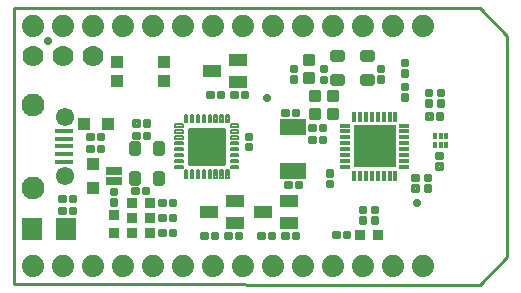
<source format=gts>
G75*
%MOIN*%
%OFA0B0*%
%FSLAX24Y24*%
%IPPOS*%
%LPD*%
%AMOC8*
5,1,8,0,0,1.08239X$1,22.5*
%
%ADD10C,0.0100*%
%ADD11C,0.0145*%
%ADD12R,0.0434X0.0434*%
%ADD13R,0.0355X0.0152*%
%ADD14R,0.0152X0.0355*%
%ADD15R,0.1418X0.1418*%
%ADD16C,0.0097*%
%ADD17R,0.0906X0.0552*%
%ADD18R,0.0670X0.0750*%
%ADD19C,0.0079*%
%ADD20C,0.0160*%
%ADD21R,0.0591X0.0434*%
%ADD22R,0.0355X0.0355*%
%ADD23R,0.0540X0.0290*%
%ADD24C,0.0740*%
%ADD25C,0.0700*%
%ADD26R,0.0138X0.0237*%
%ADD27R,0.0591X0.0178*%
%ADD28C,0.0290*%
%ADD29C,0.0195*%
%ADD30C,0.0610*%
%ADD31C,0.0760*%
D10*
X001820Y001850D02*
X017340Y001840D01*
X018270Y002770D01*
X018270Y010130D01*
X017350Y011050D01*
X001820Y011050D01*
X001820Y001850D01*
D11*
X003362Y004227D02*
X003508Y004227D01*
X003362Y004227D02*
X003362Y004373D01*
X003508Y004373D01*
X003508Y004227D01*
X003508Y004371D02*
X003362Y004371D01*
X003712Y004227D02*
X003858Y004227D01*
X003712Y004227D02*
X003712Y004373D01*
X003858Y004373D01*
X003858Y004227D01*
X003858Y004371D02*
X003712Y004371D01*
X003712Y004773D02*
X003858Y004773D01*
X003858Y004627D01*
X003712Y004627D01*
X003712Y004773D01*
X003712Y004771D02*
X003858Y004771D01*
X003508Y004773D02*
X003362Y004773D01*
X003508Y004773D02*
X003508Y004627D01*
X003362Y004627D01*
X003362Y004773D01*
X003362Y004771D02*
X003508Y004771D01*
X005077Y004852D02*
X005077Y004998D01*
X005223Y004998D01*
X005223Y004852D01*
X005077Y004852D01*
X005077Y004996D02*
X005223Y004996D01*
X005077Y004648D02*
X005077Y004502D01*
X005077Y004648D02*
X005223Y004648D01*
X005223Y004502D01*
X005077Y004502D01*
X005077Y004646D02*
X005223Y004646D01*
X005802Y005023D02*
X005948Y005023D01*
X005948Y004877D01*
X005802Y004877D01*
X005802Y005023D01*
X005802Y005021D02*
X005948Y005021D01*
X006152Y005023D02*
X006298Y005023D01*
X006298Y004877D01*
X006152Y004877D01*
X006152Y005023D01*
X006152Y005021D02*
X006298Y005021D01*
X006702Y004623D02*
X006848Y004623D01*
X006848Y004477D01*
X006702Y004477D01*
X006702Y004623D01*
X006702Y004621D02*
X006848Y004621D01*
X007052Y004623D02*
X007198Y004623D01*
X007198Y004477D01*
X007052Y004477D01*
X007052Y004623D01*
X007052Y004621D02*
X007198Y004621D01*
X007198Y004123D02*
X007052Y004123D01*
X007198Y004123D02*
X007198Y003977D01*
X007052Y003977D01*
X007052Y004123D01*
X007052Y004121D02*
X007198Y004121D01*
X006848Y004123D02*
X006702Y004123D01*
X006848Y004123D02*
X006848Y003977D01*
X006702Y003977D01*
X006702Y004123D01*
X006702Y004121D02*
X006848Y004121D01*
X006848Y003623D02*
X006702Y003623D01*
X006848Y003623D02*
X006848Y003477D01*
X006702Y003477D01*
X006702Y003623D01*
X006702Y003621D02*
X006848Y003621D01*
X007052Y003623D02*
X007198Y003623D01*
X007198Y003477D01*
X007052Y003477D01*
X007052Y003623D01*
X007052Y003621D02*
X007198Y003621D01*
X008102Y003523D02*
X008248Y003523D01*
X008248Y003377D01*
X008102Y003377D01*
X008102Y003523D01*
X008102Y003521D02*
X008248Y003521D01*
X008452Y003523D02*
X008598Y003523D01*
X008598Y003377D01*
X008452Y003377D01*
X008452Y003523D01*
X008452Y003521D02*
X008598Y003521D01*
X008902Y003523D02*
X009048Y003523D01*
X009048Y003377D01*
X008902Y003377D01*
X008902Y003523D01*
X008902Y003521D02*
X009048Y003521D01*
X009252Y003523D02*
X009398Y003523D01*
X009398Y003377D01*
X009252Y003377D01*
X009252Y003523D01*
X009252Y003521D02*
X009398Y003521D01*
X010002Y003523D02*
X010148Y003523D01*
X010148Y003377D01*
X010002Y003377D01*
X010002Y003523D01*
X010002Y003521D02*
X010148Y003521D01*
X010352Y003523D02*
X010498Y003523D01*
X010498Y003377D01*
X010352Y003377D01*
X010352Y003523D01*
X010352Y003521D02*
X010498Y003521D01*
X010802Y003523D02*
X010948Y003523D01*
X010948Y003377D01*
X010802Y003377D01*
X010802Y003523D01*
X010802Y003521D02*
X010948Y003521D01*
X011152Y003523D02*
X011298Y003523D01*
X011298Y003377D01*
X011152Y003377D01*
X011152Y003523D01*
X011152Y003521D02*
X011298Y003521D01*
X012502Y003573D02*
X012648Y003573D01*
X012648Y003427D01*
X012502Y003427D01*
X012502Y003573D01*
X012502Y003571D02*
X012648Y003571D01*
X012852Y003573D02*
X012998Y003573D01*
X012998Y003427D01*
X012852Y003427D01*
X012852Y003573D01*
X012852Y003571D02*
X012998Y003571D01*
X013523Y003902D02*
X013523Y004048D01*
X013523Y003902D02*
X013377Y003902D01*
X013377Y004048D01*
X013523Y004048D01*
X013523Y004046D02*
X013377Y004046D01*
X013523Y004252D02*
X013523Y004398D01*
X013523Y004252D02*
X013377Y004252D01*
X013377Y004398D01*
X013523Y004398D01*
X013523Y004396D02*
X013377Y004396D01*
X013923Y004398D02*
X013923Y004252D01*
X013777Y004252D01*
X013777Y004398D01*
X013923Y004398D01*
X013923Y004396D02*
X013777Y004396D01*
X013923Y004048D02*
X013923Y003902D01*
X013777Y003902D01*
X013777Y004048D01*
X013923Y004048D01*
X013923Y004046D02*
X013777Y004046D01*
X015283Y004972D02*
X015283Y005118D01*
X015283Y004972D02*
X015137Y004972D01*
X015137Y005118D01*
X015283Y005118D01*
X015283Y005116D02*
X015137Y005116D01*
X015283Y005322D02*
X015283Y005468D01*
X015283Y005322D02*
X015137Y005322D01*
X015137Y005468D01*
X015283Y005468D01*
X015283Y005466D02*
X015137Y005466D01*
X015693Y005458D02*
X015693Y005312D01*
X015547Y005312D01*
X015547Y005458D01*
X015693Y005458D01*
X015693Y005456D02*
X015547Y005456D01*
X016073Y005702D02*
X016073Y005848D01*
X016073Y005702D02*
X015927Y005702D01*
X015927Y005848D01*
X016073Y005848D01*
X016073Y005846D02*
X015927Y005846D01*
X016073Y006052D02*
X016073Y006198D01*
X016073Y006052D02*
X015927Y006052D01*
X015927Y006198D01*
X016073Y006198D01*
X016073Y006196D02*
X015927Y006196D01*
X015693Y005108D02*
X015693Y004962D01*
X015547Y004962D01*
X015547Y005108D01*
X015693Y005108D01*
X015693Y005106D02*
X015547Y005106D01*
X012277Y005122D02*
X012277Y005268D01*
X012423Y005268D01*
X012423Y005122D01*
X012277Y005122D01*
X012277Y005266D02*
X012423Y005266D01*
X012277Y005472D02*
X012277Y005618D01*
X012423Y005618D01*
X012423Y005472D01*
X012277Y005472D01*
X012277Y005616D02*
X012423Y005616D01*
X011398Y005077D02*
X011252Y005077D01*
X011252Y005223D01*
X011398Y005223D01*
X011398Y005077D01*
X011398Y005221D02*
X011252Y005221D01*
X011048Y005077D02*
X010902Y005077D01*
X010902Y005223D01*
X011048Y005223D01*
X011048Y005077D01*
X011048Y005221D02*
X010902Y005221D01*
X009723Y006342D02*
X009723Y006488D01*
X009723Y006342D02*
X009577Y006342D01*
X009577Y006488D01*
X009723Y006488D01*
X009723Y006486D02*
X009577Y006486D01*
X009723Y006692D02*
X009723Y006838D01*
X009723Y006692D02*
X009577Y006692D01*
X009577Y006838D01*
X009723Y006838D01*
X009723Y006836D02*
X009577Y006836D01*
X010802Y007477D02*
X010948Y007477D01*
X010802Y007477D02*
X010802Y007623D01*
X010948Y007623D01*
X010948Y007477D01*
X010948Y007621D02*
X010802Y007621D01*
X011152Y007477D02*
X011298Y007477D01*
X011152Y007477D02*
X011152Y007623D01*
X011298Y007623D01*
X011298Y007477D01*
X011298Y007621D02*
X011152Y007621D01*
X011702Y007123D02*
X011848Y007123D01*
X011848Y006977D01*
X011702Y006977D01*
X011702Y007123D01*
X011702Y007121D02*
X011848Y007121D01*
X012052Y007123D02*
X012198Y007123D01*
X012198Y006977D01*
X012052Y006977D01*
X012052Y007123D01*
X012052Y007121D02*
X012198Y007121D01*
X012198Y006723D02*
X012052Y006723D01*
X012198Y006723D02*
X012198Y006577D01*
X012052Y006577D01*
X012052Y006723D01*
X012052Y006721D02*
X012198Y006721D01*
X011848Y006723D02*
X011702Y006723D01*
X011848Y006723D02*
X011848Y006577D01*
X011702Y006577D01*
X011702Y006723D01*
X011702Y006721D02*
X011848Y006721D01*
X009598Y008223D02*
X009452Y008223D01*
X009598Y008223D02*
X009598Y008077D01*
X009452Y008077D01*
X009452Y008223D01*
X009452Y008221D02*
X009598Y008221D01*
X009248Y008223D02*
X009102Y008223D01*
X009248Y008223D02*
X009248Y008077D01*
X009102Y008077D01*
X009102Y008223D01*
X009102Y008221D02*
X009248Y008221D01*
X008798Y008223D02*
X008652Y008223D01*
X008798Y008223D02*
X008798Y008077D01*
X008652Y008077D01*
X008652Y008223D01*
X008652Y008221D02*
X008798Y008221D01*
X008448Y008223D02*
X008302Y008223D01*
X008448Y008223D02*
X008448Y008077D01*
X008302Y008077D01*
X008302Y008223D01*
X008302Y008221D02*
X008448Y008221D01*
X006328Y007283D02*
X006182Y007283D01*
X006328Y007283D02*
X006328Y007137D01*
X006182Y007137D01*
X006182Y007283D01*
X006182Y007281D02*
X006328Y007281D01*
X005978Y007283D02*
X005832Y007283D01*
X005978Y007283D02*
X005978Y007137D01*
X005832Y007137D01*
X005832Y007283D01*
X005832Y007281D02*
X005978Y007281D01*
X005978Y006727D02*
X005832Y006727D01*
X005832Y006873D01*
X005978Y006873D01*
X005978Y006727D01*
X005978Y006871D02*
X005832Y006871D01*
X006182Y006727D02*
X006328Y006727D01*
X006182Y006727D02*
X006182Y006873D01*
X006328Y006873D01*
X006328Y006727D01*
X006328Y006871D02*
X006182Y006871D01*
X004798Y006823D02*
X004652Y006823D01*
X004798Y006823D02*
X004798Y006677D01*
X004652Y006677D01*
X004652Y006823D01*
X004652Y006821D02*
X004798Y006821D01*
X004448Y006823D02*
X004302Y006823D01*
X004448Y006823D02*
X004448Y006677D01*
X004302Y006677D01*
X004302Y006823D01*
X004302Y006821D02*
X004448Y006821D01*
X004448Y006423D02*
X004302Y006423D01*
X004448Y006423D02*
X004448Y006277D01*
X004302Y006277D01*
X004302Y006423D01*
X004302Y006421D02*
X004448Y006421D01*
X004652Y006423D02*
X004798Y006423D01*
X004798Y006277D01*
X004652Y006277D01*
X004652Y006423D01*
X004652Y006421D02*
X004798Y006421D01*
X011223Y008602D02*
X011223Y008748D01*
X011223Y008602D02*
X011077Y008602D01*
X011077Y008748D01*
X011223Y008748D01*
X011223Y008746D02*
X011077Y008746D01*
X011223Y008952D02*
X011223Y009098D01*
X011223Y008952D02*
X011077Y008952D01*
X011077Y009098D01*
X011223Y009098D01*
X011223Y009096D02*
X011077Y009096D01*
X012223Y009088D02*
X012223Y008942D01*
X012077Y008942D01*
X012077Y009088D01*
X012223Y009088D01*
X012223Y009086D02*
X012077Y009086D01*
X012223Y008738D02*
X012223Y008592D01*
X012077Y008592D01*
X012077Y008738D01*
X012223Y008738D01*
X012223Y008736D02*
X012077Y008736D01*
X013977Y008748D02*
X013977Y008602D01*
X013977Y008748D02*
X014123Y008748D01*
X014123Y008602D01*
X013977Y008602D01*
X013977Y008746D02*
X014123Y008746D01*
X013977Y008952D02*
X013977Y009098D01*
X014123Y009098D01*
X014123Y008952D01*
X013977Y008952D01*
X013977Y009096D02*
X014123Y009096D01*
X014923Y009152D02*
X014923Y009298D01*
X014923Y009152D02*
X014777Y009152D01*
X014777Y009298D01*
X014923Y009298D01*
X014923Y009296D02*
X014777Y009296D01*
X014923Y008948D02*
X014923Y008802D01*
X014777Y008802D01*
X014777Y008948D01*
X014923Y008948D01*
X014923Y008946D02*
X014777Y008946D01*
X014923Y008498D02*
X014923Y008352D01*
X014777Y008352D01*
X014777Y008498D01*
X014923Y008498D01*
X014923Y008496D02*
X014777Y008496D01*
X014923Y008148D02*
X014923Y008002D01*
X014777Y008002D01*
X014777Y008148D01*
X014923Y008148D01*
X014923Y008146D02*
X014777Y008146D01*
X015577Y008152D02*
X015577Y008298D01*
X015723Y008298D01*
X015723Y008152D01*
X015577Y008152D01*
X015577Y008296D02*
X015723Y008296D01*
X016123Y008293D02*
X016123Y008147D01*
X015977Y008147D01*
X015977Y008293D01*
X016123Y008293D01*
X016123Y008291D02*
X015977Y008291D01*
X016123Y007943D02*
X016123Y007797D01*
X015977Y007797D01*
X015977Y007943D01*
X016123Y007943D01*
X016123Y007941D02*
X015977Y007941D01*
X015577Y007948D02*
X015577Y007802D01*
X015577Y007948D02*
X015723Y007948D01*
X015723Y007802D01*
X015577Y007802D01*
X015577Y007946D02*
X015723Y007946D01*
X015748Y007518D02*
X015602Y007518D01*
X015748Y007518D02*
X015748Y007372D01*
X015602Y007372D01*
X015602Y007518D01*
X015602Y007516D02*
X015748Y007516D01*
X015952Y007518D02*
X016098Y007518D01*
X016098Y007372D01*
X015952Y007372D01*
X015952Y007518D01*
X015952Y007516D02*
X016098Y007516D01*
D12*
X006837Y008635D03*
X006837Y009265D03*
X005263Y009265D03*
X005263Y008635D03*
X004944Y007200D03*
X004156Y007200D03*
X004450Y005844D03*
X004450Y005056D03*
D13*
X012866Y005761D03*
X012866Y005958D03*
X012866Y006155D03*
X012866Y006352D03*
X012866Y006548D03*
X012866Y006745D03*
X012866Y006942D03*
X012866Y007139D03*
X014834Y007139D03*
X014834Y006942D03*
X014834Y006745D03*
X014834Y006548D03*
X014834Y006352D03*
X014834Y006155D03*
X014834Y005958D03*
X014834Y005761D03*
D14*
X014539Y005466D03*
X014342Y005466D03*
X014145Y005466D03*
X013948Y005466D03*
X013752Y005466D03*
X013555Y005466D03*
X013358Y005466D03*
X013161Y005466D03*
X013161Y007434D03*
X013358Y007434D03*
X013555Y007434D03*
X013752Y007434D03*
X013948Y007434D03*
X014145Y007434D03*
X014342Y007434D03*
X014539Y007434D03*
D15*
X013850Y006450D03*
D16*
X012596Y007696D02*
X012304Y007696D01*
X012596Y007696D02*
X012596Y007404D01*
X012304Y007404D01*
X012304Y007696D01*
X012304Y007501D02*
X012596Y007501D01*
X012596Y007598D02*
X012304Y007598D01*
X012304Y007695D02*
X012596Y007695D01*
X012596Y008296D02*
X012304Y008296D01*
X012596Y008296D02*
X012596Y008004D01*
X012304Y008004D01*
X012304Y008296D01*
X012304Y008101D02*
X012596Y008101D01*
X012596Y008198D02*
X012304Y008198D01*
X012304Y008295D02*
X012596Y008295D01*
X011996Y008296D02*
X011704Y008296D01*
X011996Y008296D02*
X011996Y008004D01*
X011704Y008004D01*
X011704Y008296D01*
X011704Y008101D02*
X011996Y008101D01*
X011996Y008198D02*
X011704Y008198D01*
X011704Y008295D02*
X011996Y008295D01*
X011796Y008604D02*
X011796Y008896D01*
X011796Y008604D02*
X011504Y008604D01*
X011504Y008896D01*
X011796Y008896D01*
X011796Y008701D02*
X011504Y008701D01*
X011504Y008798D02*
X011796Y008798D01*
X011796Y008895D02*
X011504Y008895D01*
X011796Y009204D02*
X011796Y009496D01*
X011796Y009204D02*
X011504Y009204D01*
X011504Y009496D01*
X011796Y009496D01*
X011796Y009301D02*
X011504Y009301D01*
X011504Y009398D02*
X011796Y009398D01*
X011796Y009495D02*
X011504Y009495D01*
X011704Y007696D02*
X011996Y007696D01*
X011996Y007404D01*
X011704Y007404D01*
X011704Y007696D01*
X011704Y007501D02*
X011996Y007501D01*
X011996Y007598D02*
X011704Y007598D01*
X011704Y007695D02*
X011996Y007695D01*
D17*
X011120Y007078D03*
X011120Y005622D03*
D18*
X003550Y003700D03*
X002430Y003700D03*
D19*
X007206Y005721D02*
X007444Y005721D01*
X007206Y005721D02*
X007206Y005801D01*
X007444Y005801D01*
X007444Y005721D01*
X007444Y005799D02*
X007206Y005799D01*
X007206Y005918D02*
X007444Y005918D01*
X007206Y005918D02*
X007206Y005998D01*
X007444Y005998D01*
X007444Y005918D01*
X007444Y005996D02*
X007206Y005996D01*
X007206Y006115D02*
X007444Y006115D01*
X007206Y006115D02*
X007206Y006195D01*
X007444Y006195D01*
X007444Y006115D01*
X007444Y006193D02*
X007206Y006193D01*
X007206Y006312D02*
X007444Y006312D01*
X007206Y006312D02*
X007206Y006392D01*
X007444Y006392D01*
X007444Y006312D01*
X007444Y006390D02*
X007206Y006390D01*
X007206Y006508D02*
X007444Y006508D01*
X007206Y006508D02*
X007206Y006588D01*
X007444Y006588D01*
X007444Y006508D01*
X007444Y006586D02*
X007206Y006586D01*
X007206Y006705D02*
X007444Y006705D01*
X007206Y006705D02*
X007206Y006785D01*
X007444Y006785D01*
X007444Y006705D01*
X007444Y006783D02*
X007206Y006783D01*
X007206Y006902D02*
X007444Y006902D01*
X007206Y006902D02*
X007206Y006982D01*
X007444Y006982D01*
X007444Y006902D01*
X007444Y006980D02*
X007206Y006980D01*
X007206Y007099D02*
X007444Y007099D01*
X007206Y007099D02*
X007206Y007179D01*
X007444Y007179D01*
X007444Y007099D01*
X007444Y007177D02*
X007206Y007177D01*
X007521Y007256D02*
X007601Y007256D01*
X007521Y007256D02*
X007521Y007494D01*
X007601Y007494D01*
X007601Y007256D01*
X007601Y007334D02*
X007521Y007334D01*
X007521Y007412D02*
X007601Y007412D01*
X007601Y007490D02*
X007521Y007490D01*
X007718Y007256D02*
X007798Y007256D01*
X007718Y007256D02*
X007718Y007494D01*
X007798Y007494D01*
X007798Y007256D01*
X007798Y007334D02*
X007718Y007334D01*
X007718Y007412D02*
X007798Y007412D01*
X007798Y007490D02*
X007718Y007490D01*
X007915Y007256D02*
X007995Y007256D01*
X007915Y007256D02*
X007915Y007494D01*
X007995Y007494D01*
X007995Y007256D01*
X007995Y007334D02*
X007915Y007334D01*
X007915Y007412D02*
X007995Y007412D01*
X007995Y007490D02*
X007915Y007490D01*
X008112Y007256D02*
X008192Y007256D01*
X008112Y007256D02*
X008112Y007494D01*
X008192Y007494D01*
X008192Y007256D01*
X008192Y007334D02*
X008112Y007334D01*
X008112Y007412D02*
X008192Y007412D01*
X008192Y007490D02*
X008112Y007490D01*
X008308Y007256D02*
X008388Y007256D01*
X008308Y007256D02*
X008308Y007494D01*
X008388Y007494D01*
X008388Y007256D01*
X008388Y007334D02*
X008308Y007334D01*
X008308Y007412D02*
X008388Y007412D01*
X008388Y007490D02*
X008308Y007490D01*
X008505Y007256D02*
X008585Y007256D01*
X008505Y007256D02*
X008505Y007494D01*
X008585Y007494D01*
X008585Y007256D01*
X008585Y007334D02*
X008505Y007334D01*
X008505Y007412D02*
X008585Y007412D01*
X008585Y007490D02*
X008505Y007490D01*
X008702Y007256D02*
X008782Y007256D01*
X008702Y007256D02*
X008702Y007494D01*
X008782Y007494D01*
X008782Y007256D01*
X008782Y007334D02*
X008702Y007334D01*
X008702Y007412D02*
X008782Y007412D01*
X008782Y007490D02*
X008702Y007490D01*
X008899Y007256D02*
X008979Y007256D01*
X008899Y007256D02*
X008899Y007494D01*
X008979Y007494D01*
X008979Y007256D01*
X008979Y007334D02*
X008899Y007334D01*
X008899Y007412D02*
X008979Y007412D01*
X008979Y007490D02*
X008899Y007490D01*
X009056Y007099D02*
X009294Y007099D01*
X009056Y007099D02*
X009056Y007179D01*
X009294Y007179D01*
X009294Y007099D01*
X009294Y007177D02*
X009056Y007177D01*
X009056Y006902D02*
X009294Y006902D01*
X009056Y006902D02*
X009056Y006982D01*
X009294Y006982D01*
X009294Y006902D01*
X009294Y006980D02*
X009056Y006980D01*
X009056Y006705D02*
X009294Y006705D01*
X009056Y006705D02*
X009056Y006785D01*
X009294Y006785D01*
X009294Y006705D01*
X009294Y006783D02*
X009056Y006783D01*
X009056Y006508D02*
X009294Y006508D01*
X009056Y006508D02*
X009056Y006588D01*
X009294Y006588D01*
X009294Y006508D01*
X009294Y006586D02*
X009056Y006586D01*
X009056Y006312D02*
X009294Y006312D01*
X009056Y006312D02*
X009056Y006392D01*
X009294Y006392D01*
X009294Y006312D01*
X009294Y006390D02*
X009056Y006390D01*
X009056Y006115D02*
X009294Y006115D01*
X009056Y006115D02*
X009056Y006195D01*
X009294Y006195D01*
X009294Y006115D01*
X009294Y006193D02*
X009056Y006193D01*
X009056Y005918D02*
X009294Y005918D01*
X009056Y005918D02*
X009056Y005998D01*
X009294Y005998D01*
X009294Y005918D01*
X009294Y005996D02*
X009056Y005996D01*
X009056Y005721D02*
X009294Y005721D01*
X009056Y005721D02*
X009056Y005801D01*
X009294Y005801D01*
X009294Y005721D01*
X009294Y005799D02*
X009056Y005799D01*
X008979Y005406D02*
X008899Y005406D01*
X008899Y005644D01*
X008979Y005644D01*
X008979Y005406D01*
X008979Y005484D02*
X008899Y005484D01*
X008899Y005562D02*
X008979Y005562D01*
X008979Y005640D02*
X008899Y005640D01*
X008782Y005406D02*
X008702Y005406D01*
X008702Y005644D01*
X008782Y005644D01*
X008782Y005406D01*
X008782Y005484D02*
X008702Y005484D01*
X008702Y005562D02*
X008782Y005562D01*
X008782Y005640D02*
X008702Y005640D01*
X008585Y005406D02*
X008505Y005406D01*
X008505Y005644D01*
X008585Y005644D01*
X008585Y005406D01*
X008585Y005484D02*
X008505Y005484D01*
X008505Y005562D02*
X008585Y005562D01*
X008585Y005640D02*
X008505Y005640D01*
X008388Y005406D02*
X008308Y005406D01*
X008308Y005644D01*
X008388Y005644D01*
X008388Y005406D01*
X008388Y005484D02*
X008308Y005484D01*
X008308Y005562D02*
X008388Y005562D01*
X008388Y005640D02*
X008308Y005640D01*
X008192Y005406D02*
X008112Y005406D01*
X008112Y005644D01*
X008192Y005644D01*
X008192Y005406D01*
X008192Y005484D02*
X008112Y005484D01*
X008112Y005562D02*
X008192Y005562D01*
X008192Y005640D02*
X008112Y005640D01*
X007995Y005406D02*
X007915Y005406D01*
X007915Y005644D01*
X007995Y005644D01*
X007995Y005406D01*
X007995Y005484D02*
X007915Y005484D01*
X007915Y005562D02*
X007995Y005562D01*
X007995Y005640D02*
X007915Y005640D01*
X007798Y005406D02*
X007718Y005406D01*
X007718Y005644D01*
X007798Y005644D01*
X007798Y005406D01*
X007798Y005484D02*
X007718Y005484D01*
X007718Y005562D02*
X007798Y005562D01*
X007798Y005640D02*
X007718Y005640D01*
X007601Y005406D02*
X007521Y005406D01*
X007521Y005644D01*
X007601Y005644D01*
X007601Y005406D01*
X007601Y005484D02*
X007521Y005484D01*
X007521Y005562D02*
X007601Y005562D01*
X007601Y005640D02*
X007521Y005640D01*
D20*
X007700Y005900D02*
X007700Y007000D01*
X008800Y007000D01*
X008800Y005900D01*
X007700Y005900D01*
X007700Y005915D02*
X008800Y005915D01*
X008800Y006073D02*
X007700Y006073D01*
X007700Y006232D02*
X008800Y006232D01*
X008800Y006390D02*
X007700Y006390D01*
X007700Y006549D02*
X008800Y006549D01*
X008800Y006707D02*
X007700Y006707D01*
X007700Y006866D02*
X008800Y006866D01*
D21*
X009283Y008576D03*
X008417Y008950D03*
X009283Y009324D03*
X009183Y004624D03*
X009183Y003876D03*
X008317Y004250D03*
X010117Y004250D03*
X010983Y003876D03*
X010983Y004624D03*
D22*
X013355Y003500D03*
X013945Y003500D03*
X006345Y003550D03*
X005755Y003550D03*
X005150Y003555D03*
X005755Y004050D03*
X006345Y004050D03*
X006345Y004550D03*
X005755Y004550D03*
X005150Y004145D03*
D23*
X005150Y005288D03*
X005150Y005608D03*
D24*
X005450Y002450D03*
X006450Y002450D03*
X007450Y002450D03*
X008450Y002450D03*
X009450Y002450D03*
X010450Y002450D03*
X011450Y002450D03*
X012450Y002450D03*
X013450Y002450D03*
X014450Y002450D03*
X015450Y002450D03*
X004450Y002450D03*
X003450Y002450D03*
X002450Y002450D03*
X002450Y010450D03*
X003450Y010450D03*
X004450Y010450D03*
X005450Y010450D03*
X006450Y010450D03*
X007450Y010450D03*
X008450Y010450D03*
X009450Y010450D03*
X010450Y010450D03*
X011450Y010450D03*
X012450Y010450D03*
X013450Y010450D03*
X014450Y010450D03*
X015450Y010450D03*
D25*
X004450Y009450D03*
X003450Y009450D03*
X002450Y009450D03*
D26*
X015846Y006805D03*
X016043Y006805D03*
X016239Y006805D03*
X016239Y006490D03*
X016043Y006490D03*
X015846Y006490D03*
D27*
X003493Y006450D03*
X003493Y006706D03*
X003493Y006962D03*
X003493Y006194D03*
X003493Y005938D03*
D28*
X002950Y009950D03*
X010250Y008050D03*
X015250Y004550D03*
D29*
X013758Y008748D02*
X013462Y008748D01*
X013758Y008748D02*
X013758Y008552D01*
X013462Y008552D01*
X013462Y008748D01*
X013462Y008746D02*
X013758Y008746D01*
X013758Y009548D02*
X013462Y009548D01*
X013758Y009548D02*
X013758Y009352D01*
X013462Y009352D01*
X013462Y009548D01*
X013462Y009546D02*
X013758Y009546D01*
X012758Y009548D02*
X012462Y009548D01*
X012758Y009548D02*
X012758Y009352D01*
X012462Y009352D01*
X012462Y009548D01*
X012462Y009546D02*
X012758Y009546D01*
X012758Y008748D02*
X012462Y008748D01*
X012758Y008748D02*
X012758Y008552D01*
X012462Y008552D01*
X012462Y008748D01*
X012462Y008746D02*
X012758Y008746D01*
X006748Y006528D02*
X006748Y006232D01*
X006552Y006232D01*
X006552Y006528D01*
X006748Y006528D01*
X006748Y006426D02*
X006552Y006426D01*
X005948Y006528D02*
X005948Y006232D01*
X005752Y006232D01*
X005752Y006528D01*
X005948Y006528D01*
X005948Y006426D02*
X005752Y006426D01*
X005948Y005528D02*
X005948Y005232D01*
X005752Y005232D01*
X005752Y005528D01*
X005948Y005528D01*
X005948Y005426D02*
X005752Y005426D01*
X006748Y005528D02*
X006748Y005232D01*
X006552Y005232D01*
X006552Y005528D01*
X006748Y005528D01*
X006748Y005426D02*
X006552Y005426D01*
D30*
X003510Y005470D03*
X003510Y007430D03*
D31*
X002450Y007830D03*
X002450Y005070D03*
M02*

</source>
